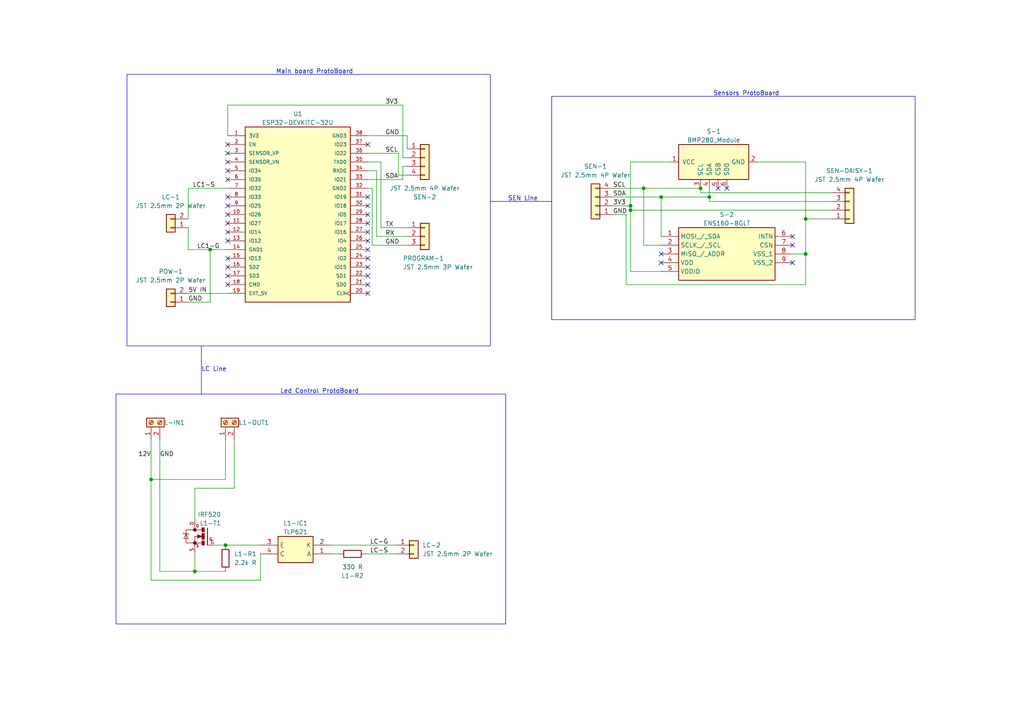
<source format=kicad_sch>
(kicad_sch (version 20230121) (generator eeschema)
  (paper "A4")
  (title_block (title "Olive Turtle Project - Led Control") (date "2023-09-21") (rev "3.0"))
  (lib_symbols
    (symbol "Charleslabs_Parts:BMP280_Module" (pin_names (offset 1.016))
      (property "Reference" "A" (at -5.08 11.43 0))
      (property "Value" "BMP280_Module" (at 8.89 11.43 0))
      (symbol "BMP280_Module_0_1"
        (rectangle (start -5.08 10.16) (end 5.08 -10.16) (stroke (width 0.254)) (fill (type background)))
      )
      (symbol "BMP280_Module_1_1"
        (pin power_in line (at 0 12.7 270) (length 2.54) (name "VCC") (number "1"))
        (pin power_in line (at 0 -12.7 90) (length 2.54) (name "GND") (number "2"))
        (pin input line (at -7.62 3.81 0) (length 2.54) (name "SCL") (number "3"))
        (pin bidirectional line (at -7.62 1.27 0) (length 2.54) (name "SDA") (number "4"))
        (pin input line (at -7.62 -1.27 0) (length 2.54) (name "CSB") (number "5"))
        (pin input line (at -7.62 -3.81 0) (length 2.54) (name "SD0") (number "6"))
      )
    )
    (symbol "Connector:Screw_Terminal_01x02" (pin_names (offset 1.016) hide)
      (property "Reference" "J" (at 0 2.54 0))
      (property "Value" "Screw_Terminal_01x02" (at 0 -5.08 0))
      (symbol "Screw_Terminal_01x02_1_1"
        (rectangle (start -1.27 1.27) (end 1.27 -3.81) (stroke (width 0.254)) (fill (type background)))
        (circle (center 0 -2.54) (radius 0.635) (stroke (width 0.1524)))
        (polyline (pts (xy -0.5334 -2.2098) (xy 0.3302 -3.048)) (stroke (width 0.1524)))
        (polyline (pts (xy -0.5334 0.3302) (xy 0.3302 -0.508)) (stroke (width 0.1524)))
        (polyline (pts (xy -0.3556 -2.032) (xy 0.508 -2.8702)) (stroke (width 0.1524)))
        (polyline (pts (xy -0.3556 0.508) (xy 0.508 -0.3302)) (stroke (width 0.1524)))
        (circle (center 0 0) (radius 0.635) (stroke (width 0.1524)))
        (pin passive line (at -5.08 0 0) (length 3.81) (name "Pin_1") (number "1"))
        (pin passive line (at -5.08 -2.54 0) (length 3.81) (name "Pin_2") (number "2"))
      )
    )
    (symbol "Connector_Generic:Conn_01x02" (pin_names (offset 1.016) hide)
      (property "Reference" "J" (at 0 2.54 0))
      (property "Value" "Conn_01x02" (at 0 -5.08 0))
      (symbol "Conn_01x02_1_1"
        (rectangle (start -1.27 -2.413) (end 0 -2.667) (stroke (width 0.1524)))
        (rectangle (start -1.27 0.127) (end 0 -0.127) (stroke (width 0.1524)))
        (rectangle (start -1.27 1.27) (end 1.27 -3.81) (stroke (width 0.254)) (fill (type background)))
        (pin passive line (at -5.08 0 0) (length 3.81) (name "Pin_1") (number "1"))
        (pin passive line (at -5.08 -2.54 0) (length 3.81) (name "Pin_2") (number "2"))
      )
    )
    (symbol "Connector_Generic:Conn_01x03" (pin_names (offset 1.016) hide)
      (property "Reference" "J" (at 0 5.08 0))
      (property "Value" "Conn_01x03" (at 0 -5.08 0))
      (symbol "Conn_01x03_1_1"
        (rectangle (start -1.27 -2.413) (end 0 -2.667) (stroke (width 0.1524)))
        (rectangle (start -1.27 0.127) (end 0 -0.127) (stroke (width 0.1524)))
        (rectangle (start -1.27 2.667) (end 0 2.413) (stroke (width 0.1524)))
        (rectangle (start -1.27 3.81) (end 1.27 -3.81) (stroke (width 0.254)) (fill (type background)))
        (pin passive line (at -5.08 2.54 0) (length 3.81) (name "Pin_1") (number "1"))
        (pin passive line (at -5.08 0 0) (length 3.81) (name "Pin_2") (number "2"))
        (pin passive line (at -5.08 -2.54 0) (length 3.81) (name "Pin_3") (number "3"))
      )
    )
    (symbol "Connector_Generic:Conn_01x04" (pin_names (offset 1.016) hide)
      (property "Reference" "J" (at 0 5.08 0))
      (property "Value" "Conn_01x04" (at 0 -7.62 0))
      (symbol "Conn_01x04_1_1"
        (rectangle (start -1.27 -4.953) (end 0 -5.207) (stroke (width 0.1524)))
        (rectangle (start -1.27 -2.413) (end 0 -2.667) (stroke (width 0.1524)))
        (rectangle (start -1.27 0.127) (end 0 -0.127) (stroke (width 0.1524)))
        (rectangle (start -1.27 2.667) (end 0 2.413) (stroke (width 0.1524)))
        (rectangle (start -1.27 3.81) (end 1.27 -6.35) (stroke (width 0.254)) (fill (type background)))
        (pin passive line (at -5.08 2.54 0) (length 3.81) (name "Pin_1") (number "1"))
        (pin passive line (at -5.08 0 0) (length 3.81) (name "Pin_2") (number "2"))
        (pin passive line (at -5.08 -2.54 0) (length 3.81) (name "Pin_3") (number "3"))
        (pin passive line (at -5.08 -5.08 0) (length 3.81) (name "Pin_4") (number "4"))
      )
    )
    (symbol "Device:R" (pin_numbers hide) (pin_names (offset 0))
      (property "Reference" "R" (at 2.032 0 90))
      (property "Value" "R" (at 0 0 90))
      (symbol "R_0_1"
        (rectangle (start -1.016 -2.54) (end 1.016 2.54) (stroke (width 0.254)))
      )
      (symbol "R_1_1"
        (pin passive line (at 0 3.81 270) (length 1.27) (name "~") (number "1"))
        (pin passive line (at 0 -3.81 90) (length 1.27) (name "~") (number "2"))
      )
    )
    (symbol "ENS160-BGLT:ENS160-BGLT"
      (property "Reference" "IC" (at 34.29 7.62 0))
      (property "Value" "ENS160-BGLT" (at 34.29 5.08 0))
      (symbol "ENS160-BGLT_1_1"
        (rectangle (start 5.08 2.54) (end 33.02 -12.7) (stroke (width 0.254)) (fill (type background)))
        (pin passive line (at 0 0 0) (length 5.08) (name "MOSI_/_SDA") (number "1"))
        (pin passive line (at 0 -2.54 0) (length 5.08) (name "SCLK_/_SCL") (number "2"))
        (pin passive line (at 0 -5.08 0) (length 5.08) (name "MISO_/_ADDR") (number "3"))
        (pin passive line (at 0 -7.62 0) (length 5.08) (name "VDD") (number "4"))
        (pin passive line (at 0 -10.16 0) (length 5.08) (name "VDDIO") (number "5"))
        (pin passive line (at 38.1 0 180) (length 5.08) (name "INTN") (number "6"))
        (pin passive line (at 38.1 -2.54 180) (length 5.08) (name "CSN") (number "7"))
        (pin passive line (at 38.1 -5.08 180) (length 5.08) (name "VSS_1") (number "8"))
        (pin passive line (at 38.1 -7.62 180) (length 5.08) (name "VSS_2") (number "9"))
      )
    )
    (symbol "ESP32-DEVKITC-32U:ESP32-DEVKITC-32U" (pin_names (offset 1.016))
      (property "Reference" "U" (at -15.2572 26.0643 0))
      (property "Value" "ESP32-DEVKITC-32U" (at -15.2563 -27.9698 0))
      (symbol "ESP32-DEVKITC-32U_0_0"
        (rectangle (start -15.24 -25.4) (end 15.24 25.4) (stroke (width 0.254)) (fill (type background)))
        (pin power_in line (at -20.32 22.86 0) (length 5.08) (name "3V3") (number "1"))
        (pin bidirectional line (at -20.32 0 0) (length 5.08) (name "IO26") (number "10"))
        (pin bidirectional line (at -20.32 -2.54 0) (length 5.08) (name "IO27") (number "11"))
        (pin bidirectional line (at -20.32 -5.08 0) (length 5.08) (name "IO14") (number "12"))
        (pin bidirectional line (at -20.32 -7.62 0) (length 5.08) (name "IO12") (number "13"))
        (pin power_in line (at -20.32 -10.16 0) (length 5.08) (name "GND1") (number "14"))
        (pin bidirectional line (at -20.32 -12.7 0) (length 5.08) (name "IO13") (number "15"))
        (pin bidirectional line (at -20.32 -15.24 0) (length 5.08) (name "SD2") (number "16"))
        (pin bidirectional line (at -20.32 -17.78 0) (length 5.08) (name "SD3") (number "17"))
        (pin bidirectional line (at -20.32 -20.32 0) (length 5.08) (name "CMD") (number "18"))
        (pin power_in line (at -20.32 -22.86 0) (length 5.08) (name "EXT_5V") (number "19"))
        (pin input line (at -20.32 20.32 0) (length 5.08) (name "EN") (number "2"))
        (pin input clock (at 20.32 -22.86 180) (length 5.08) (name "CLK") (number "20"))
        (pin bidirectional line (at 20.32 -20.32 180) (length 5.08) (name "SD0") (number "21"))
        (pin bidirectional line (at 20.32 -17.78 180) (length 5.08) (name "SD1") (number "22"))
        (pin bidirectional line (at 20.32 -15.24 180) (length 5.08) (name "IO15") (number "23"))
        (pin bidirectional line (at 20.32 -12.7 180) (length 5.08) (name "IO2") (number "24"))
        (pin bidirectional line (at 20.32 -10.16 180) (length 5.08) (name "IO0") (number "25"))
        (pin bidirectional line (at 20.32 -7.62 180) (length 5.08) (name "IO4") (number "26"))
        (pin bidirectional line (at 20.32 -5.08 180) (length 5.08) (name "IO16") (number "27"))
        (pin bidirectional line (at 20.32 -2.54 180) (length 5.08) (name "IO17") (number "28"))
        (pin bidirectional line (at 20.32 0 180) (length 5.08) (name "IO5") (number "29"))
        (pin input line (at -20.32 17.78 0) (length 5.08) (name "SENSOR_VP") (number "3"))
        (pin bidirectional line (at 20.32 2.54 180) (length 5.08) (name "IO18") (number "30"))
        (pin bidirectional line (at 20.32 5.08 180) (length 5.08) (name "IO19") (number "31"))
        (pin power_in line (at 20.32 7.62 180) (length 5.08) (name "GND2") (number "32"))
        (pin bidirectional line (at 20.32 10.16 180) (length 5.08) (name "IO21") (number "33"))
        (pin input line (at 20.32 12.7 180) (length 5.08) (name "RXD0") (number "34"))
        (pin output line (at 20.32 15.24 180) (length 5.08) (name "TXD0") (number "35"))
        (pin bidirectional line (at 20.32 17.78 180) (length 5.08) (name "IO22") (number "36"))
        (pin bidirectional line (at 20.32 20.32 180) (length 5.08) (name "IO23") (number "37"))
        (pin power_in line (at 20.32 22.86 180) (length 5.08) (name "GND3") (number "38"))
        (pin input line (at -20.32 15.24 0) (length 5.08) (name "SENSOR_VN") (number "4"))
        (pin bidirectional line (at -20.32 12.7 0) (length 5.08) (name "IO34") (number "5"))
        (pin bidirectional line (at -20.32 10.16 0) (length 5.08) (name "IO35") (number "6"))
        (pin bidirectional line (at -20.32 7.62 0) (length 5.08) (name "IO32") (number "7"))
        (pin bidirectional line (at -20.32 5.08 0) (length 5.08) (name "IO33") (number "8"))
        (pin bidirectional line (at -20.32 2.54 0) (length 5.08) (name "IO25") (number "9"))
      )
    )
    (symbol "IRF520:IRF520" (pin_names (offset 1.016))
      (property "Reference" "Q" (at 7.6271 2.5424 0))
      (property "Value" "IRF520" (at 7.6205 0 0))
      (symbol "IRF520_0_0"
        (rectangle (start -0.254 -2.5402) (end 0.508 -1.27) (stroke (width 0.1)) (fill (type outline)))
        (rectangle (start -0.2542 -0.8897) (end 0.508 0.889) (stroke (width 0.1)) (fill (type outline)))
        (rectangle (start -0.2542 1.2709) (end 0.508 2.54) (stroke (width 0.1)) (fill (type outline)))
        (polyline (pts (xy -1.1176 -2.54) (xy -2.54 -2.54)) (stroke (width 0.1524)))
        (polyline (pts (xy -1.1176 2.413) (xy -1.1176 -2.54)) (stroke (width 0.254)))
        (polyline (pts (xy 0.508 -1.905) (xy 2.54 -1.905)) (stroke (width 0.1524)))
        (polyline (pts (xy 0.508 0) (xy 1.778 -0.508)) (stroke (width 0.1524)))
        (polyline (pts (xy 0.762 0) (xy 1.651 -0.254)) (stroke (width 0.3048)))
        (polyline (pts (xy 1.651 -0.254) (xy 1.651 0)) (stroke (width 0.3048)))
        (polyline (pts (xy 1.651 0) (xy 1.397 0)) (stroke (width 0.3048)))
        (polyline (pts (xy 1.651 0) (xy 2.54 0)) (stroke (width 0.1524)))
        (polyline (pts (xy 1.651 0.254) (xy 0.762 0)) (stroke (width 0.3048)))
        (polyline (pts (xy 1.778 -0.508) (xy 1.778 0.508)) (stroke (width 0.1524)))
        (polyline (pts (xy 1.778 0.508) (xy 0.508 0)) (stroke (width 0.1524)))
        (polyline (pts (xy 2.54 -1.905) (xy 2.54 -2.54)) (stroke (width 0.1524)))
        (polyline (pts (xy 2.54 0) (xy 2.54 -1.905)) (stroke (width 0.1524)))
        (polyline (pts (xy 2.54 1.905) (xy 0.5334 1.905)) (stroke (width 0.1524)))
        (polyline (pts (xy 2.54 1.905) (xy 5.08 1.905)) (stroke (width 0.1524)))
        (polyline (pts (xy 2.54 2.54) (xy 2.54 1.905)) (stroke (width 0.1524)))
        (polyline (pts (xy 4.445 -0.635) (xy 5.715 -0.635)) (stroke (width 0.1524)))
        (polyline (pts (xy 4.445 0.762) (xy 4.191 0.508)) (stroke (width 0.1524)))
        (polyline (pts (xy 4.445 0.762) (xy 5.08 0.762)) (stroke (width 0.1524)))
        (polyline (pts (xy 5.08 -1.905) (xy 2.54 -1.905)) (stroke (width 0.1524)))
        (polyline (pts (xy 5.08 0.762) (xy 4.445 -0.635)) (stroke (width 0.1524)))
        (polyline (pts (xy 5.08 0.762) (xy 5.08 -1.905)) (stroke (width 0.1524)))
        (polyline (pts (xy 5.08 0.762) (xy 5.715 0.762)) (stroke (width 0.1524)))
        (polyline (pts (xy 5.08 1.905) (xy 5.08 0.762)) (stroke (width 0.1524)))
        (polyline (pts (xy 5.715 -0.635) (xy 5.08 0.762)) (stroke (width 0.1524)))
        (polyline (pts (xy 5.715 0.762) (xy 5.969 1.016)) (stroke (width 0.1524)))
        (circle (center 2.54 -1.905) (radius 0.127) (stroke (width 0.4064)))
        (circle (center 2.54 1.905) (radius 0.127) (stroke (width 0.4064)))
        (text "D" (at 1.2721 2.5442 0) (effects (font (size 0.8141 0.8141)) (justify left bottom)))
        (text "G" (at -2.544 -1.272 0) (effects (font (size 0.8141 0.8141)) (justify left bottom)))
        (text "S" (at 1.2715 -3.1788 0) (effects (font (size 0.8138 0.8138)) (justify left bottom)))
        (pin passive line (at 2.54 5.08 270) (length 2.54) (name "~") (number "D"))
        (pin passive line (at -2.54 -2.54 0) (length 0) (name "~") (number "G"))
        (pin passive line (at 2.54 -5.08 90) (length 2.54) (name "~") (number "S"))
      )
    )
    (symbol "TLP621:TLP621"
      (property "Reference" "IC" (at 16.51 7.62 0))
      (property "Value" "TLP621" (at 16.51 5.08 0))
      (symbol "TLP621_1_1"
        (rectangle (start 5.08 2.54) (end 15.24 -5.08) (stroke (width 0.254)) (fill (type background)))
        (pin passive line (at 0 0 0) (length 5.08) (name "A") (number "1"))
        (pin passive line (at 0 -2.54 0) (length 5.08) (name "K") (number "2"))
        (pin passive line (at 20.32 -2.54 180) (length 5.08) (name "E") (number "3"))
        (pin passive line (at 20.32 0 180) (length 5.08) (name "C") (number "4"))
      )
    )
  )
  (junction (at 182.88 60.96))
  (junction (at 43.815 139.065))
  (junction (at 186.69 54.61))
  (junction (at 182.88 59.69))
  (junction (at 191.77 57.15))
  (junction (at 205.74 57.15))
  (junction (at 203.2 54.61))
  (junction (at 60.96 72.39))
  (junction (at 233.68 63.5))
  (junction (at 65.405 158.115))
  (junction (at 233.68 73.66))
  (junction (at 56.515 165.735))
  (no_connect (at 66.04 80.01))
  (no_connect (at 66.04 77.47))
  (no_connect (at 106.68 72.39))
  (no_connect (at 106.68 59.69))
  (no_connect (at 66.04 59.69))
  (no_connect (at 106.68 62.23))
  (no_connect (at 66.04 62.23))
  (no_connect (at 66.04 49.53))
  (no_connect (at 229.87 76.2))
  (no_connect (at 106.68 67.31))
  (no_connect (at 66.04 52.07))
  (no_connect (at 106.68 57.15))
  (no_connect (at 106.68 41.91))
  (no_connect (at 106.68 69.85))
  (no_connect (at 106.68 85.09))
  (no_connect (at 106.68 74.93))
  (no_connect (at 66.04 57.15))
  (no_connect (at 191.77 76.2))
  (no_connect (at 66.04 67.31))
  (no_connect (at 66.04 74.93))
  (no_connect (at 229.87 71.12))
  (no_connect (at 66.04 46.99))
  (no_connect (at 66.04 41.91))
  (no_connect (at 208.28 54.61))
  (no_connect (at 229.87 68.58))
  (no_connect (at 66.04 64.77))
  (no_connect (at 106.68 64.77))
  (no_connect (at 210.82 54.61))
  (no_connect (at 66.04 82.55))
  (no_connect (at 191.77 73.66))
  (no_connect (at 66.04 44.45))
  (no_connect (at 66.04 69.85))
  (no_connect (at 106.68 77.47))
  (no_connect (at 106.68 80.01))
  (no_connect (at 106.68 82.55))
  (wire (pts (xy 66.04 72.39) (xy 60.96 72.39)))
  (wire (pts (xy 109.22 49.53) (xy 106.68 49.53)))
  (wire (pts (xy 241.3 55.88) (xy 203.2 55.88)))
  (wire (pts (xy 182.88 60.96) (xy 241.3 60.96)))
  (wire (pts (xy 46.355 127.635) (xy 46.355 165.735)))
  (wire (pts (xy 116.84 30.48) (xy 116.84 45.72)))
  (wire (pts (xy 109.22 49.53) (xy 109.22 68.58)))
  (wire (pts (xy 186.69 54.61) (xy 203.2 54.61)))
  (wire (pts (xy 181.61 62.23) (xy 181.61 82.55)))
  (wire (pts (xy 95.885 160.655) (xy 98.425 160.655)))
  (wire (pts (xy 54.61 87.63) (xy 60.96 87.63)))
  (wire (pts (xy 177.8 62.23) (xy 181.61 62.23)))
  (wire (pts (xy 233.68 63.5) (xy 233.68 73.66)))
  (wire (pts (xy 56.515 160.655) (xy 56.515 165.735)))
  (wire (pts (xy 233.68 73.66) (xy 229.87 73.66)))
  (wire (pts (xy 233.68 63.5) (xy 241.3 63.5)))
  (wire (pts (xy 65.405 139.065) (xy 65.405 127.635)))
  (wire (pts (xy 177.8 57.15) (xy 191.77 57.15)))
  (wire (pts (xy 106.68 44.45) (xy 115.57 44.45)))
  (wire (pts (xy 241.3 58.42) (xy 205.74 58.42)))
  (wire (pts (xy 75.565 160.655) (xy 75.565 168.275)))
  (wire (pts (xy 43.815 127.635) (xy 43.815 139.065)))
  (wire (pts (xy 43.815 139.065) (xy 65.405 139.065)))
  (wire (pts (xy 191.77 57.15) (xy 191.77 68.58)))
  (wire (pts (xy 177.8 54.61) (xy 186.69 54.61)))
  (wire (pts (xy 115.57 44.45) (xy 115.57 50.8)))
  (wire (pts (xy 106.68 52.07) (xy 116.84 52.07)))
  (wire (pts (xy 219.71 46.99) (xy 233.68 46.99)))
  (wire (pts (xy 54.61 85.09) (xy 66.04 85.09)))
  (wire (pts (xy 110.49 66.04) (xy 110.49 46.99)))
  (wire (pts (xy 116.84 45.72) (xy 118.11 45.72)))
  (wire (pts (xy 54.61 63.5) (xy 54.61 54.61)))
  (wire (pts (xy 181.61 82.55) (xy 233.68 82.55)))
  (wire (pts (xy 191.77 71.12) (xy 186.69 71.12)))
  (wire (pts (xy 110.49 46.99) (xy 106.68 46.99)))
  (wire (pts (xy 182.88 59.69) (xy 182.88 60.96)))
  (wire (pts (xy 106.045 160.655) (xy 114.935 160.655)))
  (wire (pts (xy 56.515 141.605) (xy 56.515 150.495)))
  (wire (pts (xy 66.04 39.37) (xy 66.04 30.48)))
  (polyline (pts (xy 142.24 58.42) (xy 160.02 58.42)))
  (wire (pts (xy 54.61 72.39) (xy 54.61 66.04)))
  (wire (pts (xy 118.11 39.37) (xy 118.11 43.18)))
  (polyline (pts (xy 58.42 100.33) (xy 58.42 114.3)))
  (wire (pts (xy 61.595 158.115) (xy 65.405 158.115)))
  (wire (pts (xy 106.68 39.37) (xy 118.11 39.37)))
  (wire (pts (xy 116.84 52.07) (xy 116.84 48.26)))
  (wire (pts (xy 116.84 48.26) (xy 118.11 48.26)))
  (wire (pts (xy 205.74 54.61) (xy 205.74 57.15)))
  (wire (pts (xy 233.68 46.99) (xy 233.68 63.5)))
  (wire (pts (xy 95.885 158.115) (xy 114.935 158.115)))
  (wire (pts (xy 65.405 158.115) (xy 75.565 158.115)))
  (wire (pts (xy 46.355 165.735) (xy 56.515 165.735)))
  (wire (pts (xy 182.88 78.74) (xy 191.77 78.74)))
  (wire (pts (xy 43.815 168.275) (xy 43.815 139.065)))
  (wire (pts (xy 115.57 50.8) (xy 118.11 50.8)))
  (wire (pts (xy 107.95 71.12) (xy 107.95 54.61)))
  (wire (pts (xy 60.96 87.63) (xy 60.96 72.39)))
  (wire (pts (xy 66.04 30.48) (xy 116.84 30.48)))
  (wire (pts (xy 75.565 168.275) (xy 43.815 168.275)))
  (wire (pts (xy 191.77 57.15) (xy 205.74 57.15)))
  (wire (pts (xy 107.95 54.61) (xy 106.68 54.61)))
  (wire (pts (xy 54.61 54.61) (xy 66.04 54.61)))
  (wire (pts (xy 186.69 54.61) (xy 186.69 71.12)))
  (wire (pts (xy 67.945 127.635) (xy 67.945 141.605)))
  (wire (pts (xy 203.2 55.88) (xy 203.2 54.61)))
  (wire (pts (xy 194.31 46.99) (xy 182.88 46.99)))
  (wire (pts (xy 205.74 58.42) (xy 205.74 57.15)))
  (wire (pts (xy 56.515 165.735) (xy 65.405 165.735)))
  (wire (pts (xy 107.95 71.12) (xy 118.11 71.12)))
  (wire (pts (xy 109.22 68.58) (xy 118.11 68.58)))
  (wire (pts (xy 60.96 72.39) (xy 54.61 72.39)))
  (wire (pts (xy 182.88 46.99) (xy 182.88 59.69)))
  (wire (pts (xy 182.88 60.96) (xy 182.88 78.74)))
  (wire (pts (xy 67.945 141.605) (xy 56.515 141.605)))
  (wire (pts (xy 177.8 59.69) (xy 182.88 59.69)))
  (wire (pts (xy 110.49 66.04) (xy 118.11 66.04)))
  (wire (pts (xy 233.68 82.55) (xy 233.68 73.66)))
  (rectangle (start 265.43 27.94) (end 160.02 92.71))
  (rectangle (start 36.83 21.59) (end 142.24 100.33))
  (rectangle (start 33.655 114.3) (end 146.685 180.975))
  (text "Led Control ProtoBoard" (at 81.28 114.3 0) (effects (font (size 1.27 1.27)) (justify left bottom)))
  (text "Sensors ProtoBoard" (at 226.06 27.94 0) (effects (font (size 1.27 1.27)) (justify right bottom)))
  (text "SEN Line" (at 147.32 58.42 0) (effects (font (size 1.27 1.27)) (justify left bottom)))
  (text "LC Line" (at 58.42 107.95 0) (effects (font (size 1.27 1.27)) (justify left bottom)))
  (text "Main board ProtoBoard" (at 80.01 21.59 0) (effects (font (size 1.27 1.27)) (justify left bottom)))
  (label "12V" (at 43.815 132.715 180))
  (label "LC-S" (at 107.315 160.655 0))
  (label "SDA" (at 177.8 57.15 0))
  (label "LC-G" (at 107.315 158.115 0))
  (label "SCL" (at 111.76 44.45 0))
  (label "GND" (at 46.355 132.715 0))
  (label "RX" (at 111.76 68.58 0))
  (label "3V3" (at 111.76 30.48 0))
  (label "GND" (at 54.61 87.63 0))
  (label "GND" (at 177.8 62.23 0))
  (label "SDA" (at 111.76 52.07 0))
  (label "GND" (at 111.76 39.37 0))
  (label "GND" (at 111.76 71.12 0))
  (label "3V3" (at 177.8 59.69 0))
  (label "5V IN" (at 54.61 85.09 0))
  (label "LC1-G" (at 57.15 72.39 0))
  (label "TX" (at 111.76 66.04 0))
  (label "LC1-S" (at 55.88 54.61 0))
  (label "SCL" (at 177.8 54.61 0))
  (symbol (lib_id "Connector:Screw_Terminal_01x02") (at 65.405 122.555 90) (unit 1)
    (property "Reference" "L1-OUT1" (at 69.215 122.555 90) (effects (justify right)))
    (property "Value" "Screw_Terminal_01x02" (effects hide))
    (property "Footprint" "TerminalBlock:TerminalBlock_bornier-2_P5.08mm" (effects hide))
  )
  (symbol (lib_id "IRF520:IRF520") (at 59.055 155.575 0) (mirror y) (unit 1)
    (property "Reference" "L1-T1" (at 64.135 151.765 0) (effects (justify left)))
    (property "Value" "IRF520" (at 64.135 149.225 0) (effects (justify left)))
    (property "Footprint" "TO220BV" (effects hide))
  )
  (symbol (lib_id "Connector_Generic:Conn_01x04") (at 246.38 60.96 0) (mirror x) (unit 1)
    (property "Reference" "SEN-DAISY-1" (at 246.38 49.53 0))
    (property "Value" "JST 2.5mm 4P Wafer" (at 246.38 52.07 0))
  )
  (symbol (lib_id "Connector:Screw_Terminal_01x02") (at 43.815 122.555 90) (unit 1)
    (property "Reference" "L-IN1" (at 47.625 122.555 90) (effects (justify right)))
    (property "Value" "Screw_Terminal_01x02" (effects hide))
    (property "Footprint" "TerminalBlock:TerminalBlock_bornier-2_P5.08mm" (effects hide))
  )
  (symbol (lib_id "TLP621:TLP621") (at 95.885 160.655 180) (unit 1)
    (property "Reference" "L1-IC1" (at 85.725 151.765 0))
    (property "Value" "TLP621" (at 85.725 154.305 0))
    (property "Footprint" "DIP762W60P254L460H450Q4N" (effects hide))
    (property "Datasheet" "https://www.arrow.com/en/products/tlp621/isocom" (effects hide))
    (property "Height" "4.5" (effects hide))
    (property "Manufacturer_Name" "Isocom" (effects hide))
    (property "Manufacturer_Part_Number" "TLP621" (effects hide))
    (property "Arrow Part Number" "TLP621" (effects hide))
    (property "Arrow Price/Stock" "https://www.arrow.com/en/products/tlp621/isocom?region=nac" (effects hide))
  )
  (symbol (lib_id "Device:R") (at 102.235 160.655 90) (mirror x) (unit 1)
    (property "Reference" "L1-R2" (at 102.235 167.005 90))
    (property "Value" "330 R" (at 102.235 164.465 90))
    (property "Footprint" "Resistor_THT:R_Axial_DIN0204_L3.6mm_D1.6mm_P7.62mm_Horizontal" (effects hide))
  )
  (symbol (lib_id "Connector_Generic:Conn_01x02") (at 49.53 66.04 180) (unit 1)
    (property "Reference" "LC-1" (at 49.53 57.15 0))
    (property "Value" "JST 2.5mm 2P Wafer" (at 49.53 59.69 0))
    (property "Footprint" "Connector_JST:JST_EH_B2B-EH-A_1x02_P2.50mm_Vertical" (effects hide))
  )
  (symbol (lib_id "Connector_Generic:Conn_01x03") (at 123.19 68.58 0) (unit 1)
    (property "Reference" "PROGRAM-1" (at 116.84 74.93 0) (effects (justify left)))
    (property "Value" "JST 2.5mm 3P Wafer" (at 116.84 77.47 0) (effects (justify left)))
  )
  (symbol (lib_id "ENS160-BGLT:ENS160-BGLT") (at 191.77 68.58 0) (unit 1)
    (property "Reference" "S-2" (at 210.82 62.23 0))
    (property "Value" "ENS160-BGLT" (at 210.82 64.77 0))
    (property "Footprint" "ENS160BGLT" (effects hide))
    (property "Datasheet" "https://www.sciosense.com/wp-content/uploads/documents/SC-001224-DS-6-ENS160-Datasheet-Version-1.0-1.pdf" (effects hide))
    (property "Height" "0.9" (effects hide))
    (property "Manufacturer_Name" "ScioSense" (effects hide))
    (property "Manufacturer_Part_Number" "ENS160-BGLT" (effects hide))
    (property "Mouser Part Number" "135-ENS160-BGLT" (effects hide))
    (property "Mouser Price/Stock" "https://www.mouser.co.uk/ProductDetail/ScioSense/ENS160-BGLT?qs=DRkmTr78QAQdCF%2F7WcskoA%3D%3D" (effects hide))
  )
  (symbol (lib_id "Connector_Generic:Conn_01x02") (at 49.53 87.63 180) (unit 1)
    (property "Reference" "POW-1" (at 49.53 78.74 0))
    (property "Value" "JST 2.5mm 2P Wafer" (at 49.53 81.28 0))
    (property "Footprint" "Connector_JST:JST_EH_B2B-EH-A_1x02_P2.50mm_Vertical" (effects hide))
  )
  (symbol (lib_id "Connector_Generic:Conn_01x04") (at 123.19 45.72 0) (unit 1)
    (property "Reference" "SEN-2" (at 123.19 57.15 0))
    (property "Value" "JST 2.5mm 4P Wafer" (at 123.19 54.61 0))
  )
  (symbol (lib_id "Device:R") (at 65.405 161.925 180) (unit 1)
    (property "Reference" "L1-R1" (at 67.945 160.655 0) (effects (justify right)))
    (property "Value" "2.2k R" (at 67.945 163.195 0) (effects (justify right)))
    (property "Footprint" "Resistor_THT:R_Axial_DIN0204_L3.6mm_D1.6mm_P7.62mm_Horizontal" (effects hide))
  )
  (symbol (lib_id "ESP32-DEVKITC-32U:ESP32-DEVKITC-32U") (at 86.36 62.23 0) (unit 1)
    (property "Reference" "U1" (at 86.36 33.02 0))
    (property "Value" "ESP32-DEVKITC-32U" (at 86.36 35.56 0))
    (property "Footprint" "MODULE_ESP32-DEVKITC-32U" (effects hide))
    (property "PARTREV" "N/A" (effects hide))
    (property "STANDARD" "Manufacturer Recommendations" (effects hide))
    (property "MANUFACTURER" "ESPRESSIF" (effects hide))
  )
  (symbol (lib_id "Connector_Generic:Conn_01x02") (at 120.015 158.115 0) (unit 1)
    (property "Reference" "LC-2" (at 122.555 158.115 0) (effects (justify left)))
    (property "Value" "JST 2.5mm 2P Wafer" (at 122.555 160.655 0) (effects (justify left)))
    (property "Footprint" "Connector_JST:JST_EH_B2B-EH-A_1x02_P2.50mm_Vertical" (effects hide))
  )
  (symbol (lib_id "Charleslabs_Parts:BMP280_Module") (at 207.01 46.99 90) (unit 1)
    (property "Reference" "S-1" (at 207.01 38.1 90))
    (property "Value" "BMP280_Module" (at 207.01 40.64 90))
    (property "Footprint" "Charleslabs_Parts:BMP280_Module" (effects hide))
  )
  (symbol (lib_id "Connector_Generic:Conn_01x04") (at 172.72 59.69 180) (unit 1)
    (property "Reference" "SEN-1" (at 172.72 48.26 0))
    (property "Value" "JST 2.5mm 4P Wafer" (at 172.72 50.8 0))
  )
)
</source>
